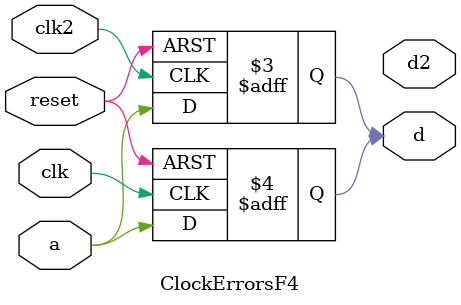
<source format=v>
module ClockErrorsF4(input wire clk,
					input wire clk2,
					input wire reset,
					input wire a,
					output reg d,
					output reg d2);
	always@(posedge clk or posedge reset)begin
		if(reset)begin
			d <= 1'b0;
		end
		else begin
			d <= a;
		end
	end
	always@(posedge clk2 or posedge reset)begin
		if(reset)begin
			d <= 1'b0;
		end
		else begin
			d <= a;
		end
	end
endmodule


</source>
